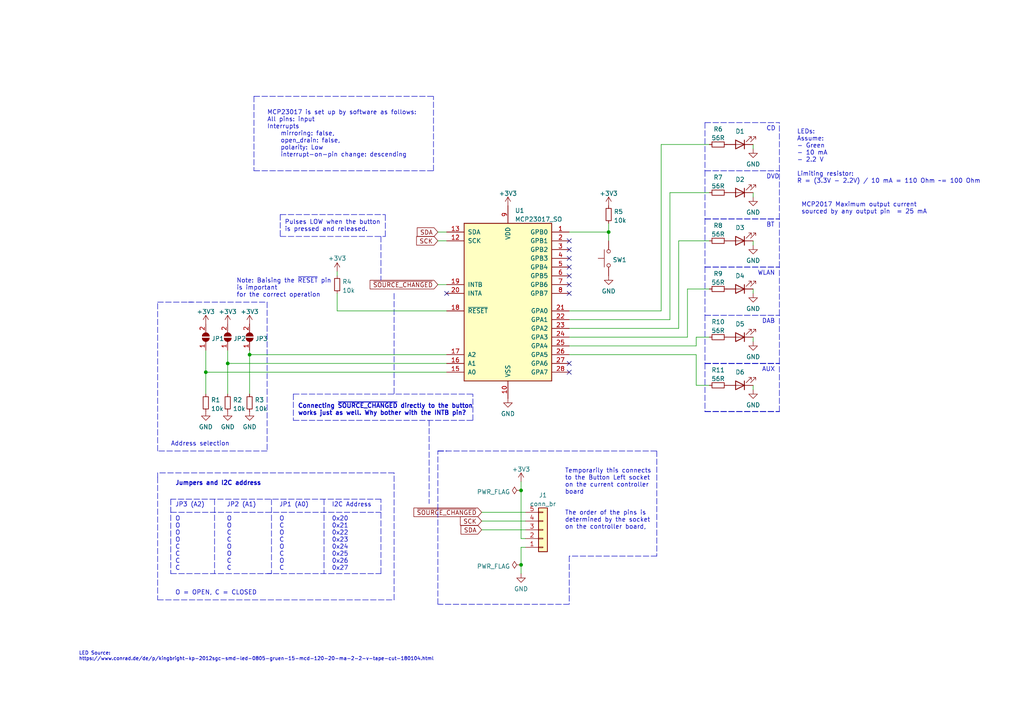
<source format=kicad_sch>
(kicad_sch (version 20211123) (generator eeschema)
  (paper "A4")
  (lib_symbols
    (symbol "Connector_Generic:Conn_01x05" (pin_names (offset 1.016) hide)
      (property "Reference" "J" (at 0 7.62 0))
      (property "Value" "Conn_01x05" (at 0 -7.62 0))
      (symbol "Conn_01x05_1_1"
        (rectangle (start -1.27 -4.953) (end 0 -5.207) (stroke (width 0.1524)))
        (rectangle (start -1.27 -2.413) (end 0 -2.667) (stroke (width 0.1524)))
        (rectangle (start -1.27 0.127) (end 0 -0.127) (stroke (width 0.1524)))
        (rectangle (start -1.27 2.667) (end 0 2.413) (stroke (width 0.1524)))
        (rectangle (start -1.27 5.207) (end 0 4.953) (stroke (width 0.1524)))
        (rectangle (start -1.27 6.35) (end 1.27 -6.35) (stroke (width 0.254)) (fill (type background)))
        (pin passive line (at -5.08 5.08 0) (length 3.81) (name "Pin_1") (number "1"))
        (pin passive line (at -5.08 2.54 0) (length 3.81) (name "Pin_2") (number "2"))
        (pin passive line (at -5.08 0 0) (length 3.81) (name "Pin_3") (number "3"))
        (pin passive line (at -5.08 -2.54 0) (length 3.81) (name "Pin_4") (number "4"))
        (pin passive line (at -5.08 -5.08 0) (length 3.81) (name "Pin_5") (number "5"))
      )
    )
    (symbol "Device:LED" (pin_numbers hide) (pin_names (offset 1.016) hide)
      (property "Reference" "D" (at 0 2.54 0))
      (property "Value" "LED" (at 0 -2.54 0))
      (symbol "LED_0_1"
        (polyline (pts (xy -1.27 -1.27) (xy -1.27 1.27)) (stroke (width 0.254)))
        (polyline (pts (xy -1.27 0) (xy 1.27 0)))
        (polyline (pts (xy 1.27 -1.27) (xy 1.27 1.27) (xy -1.27 0) (xy 1.27 -1.27)) (stroke (width 0.254)))
        (polyline (pts (xy -3.048 -0.762) (xy -4.572 -2.286) (xy -3.81 -2.286) (xy -4.572 -2.286) (xy -4.572 -1.524)))
        (polyline (pts (xy -1.778 -0.762) (xy -3.302 -2.286) (xy -2.54 -2.286) (xy -3.302 -2.286) (xy -3.302 -1.524)))
      )
      (symbol "LED_1_1"
        (pin passive line (at -3.81 0 0) (length 2.54) (name "K") (number "1"))
        (pin passive line (at 3.81 0 180) (length 2.54) (name "A") (number "2"))
      )
    )
    (symbol "Device:R_Small" (pin_numbers hide) (pin_names (offset 0.254) hide)
      (property "Reference" "R" (at 0.762 0.508 0))
      (property "Value" "R_Small" (at 0.762 -1.016 0))
      (symbol "R_Small_0_1"
        (rectangle (start -0.762 1.778) (end 0.762 -1.778) (stroke (width 0.2032)))
      )
      (symbol "R_Small_1_1"
        (pin passive line (at 0 2.54 270) (length 0.762) (name "~") (number "1"))
        (pin passive line (at 0 -2.54 90) (length 0.762) (name "~") (number "2"))
      )
    )
    (symbol "Interface_Expansion:MCP23017_SO" (pin_names (offset 1.016))
      (property "Reference" "U" (at -11.43 24.13 0))
      (property "Value" "MCP23017_SO" (at 0 0 0))
      (symbol "MCP23017_SO_0_1"
        (rectangle (start -12.7 22.86) (end 12.7 -22.86) (stroke (width 0.254)) (fill (type background)))
      )
      (symbol "MCP23017_SO_1_1"
        (pin bidirectional line (at 17.78 20.32 180) (length 5.08) (name "GPB0") (number "1"))
        (pin power_in line (at 0 -27.94 90) (length 5.08) (name "VSS") (number "10"))
        (pin no_connect line (at -12.7 15.24 0) (length 5.08) hide (name "NC") (number "11"))
        (pin input line (at -17.78 17.78 0) (length 5.08) (name "SCK") (number "12"))
        (pin bidirectional line (at -17.78 20.32 0) (length 5.08) (name "SDA") (number "13"))
        (pin no_connect line (at -12.7 12.7 0) (length 5.08) hide (name "NC") (number "14"))
        (pin input line (at -17.78 -20.32 0) (length 5.08) (name "A0") (number "15"))
        (pin input line (at -17.78 -17.78 0) (length 5.08) (name "A1") (number "16"))
        (pin input line (at -17.78 -15.24 0) (length 5.08) (name "A2") (number "17"))
        (pin input line (at -17.78 -2.54 0) (length 5.08) (name "~{RESET}") (number "18"))
        (pin tri_state line (at -17.78 5.08 0) (length 5.08) (name "INTB") (number "19"))
        (pin bidirectional line (at 17.78 17.78 180) (length 5.08) (name "GPB1") (number "2"))
        (pin tri_state line (at -17.78 2.54 0) (length 5.08) (name "INTA") (number "20"))
        (pin bidirectional line (at 17.78 -2.54 180) (length 5.08) (name "GPA0") (number "21"))
        (pin bidirectional line (at 17.78 -5.08 180) (length 5.08) (name "GPA1") (number "22"))
        (pin bidirectional line (at 17.78 -7.62 180) (length 5.08) (name "GPA2") (number "23"))
        (pin bidirectional line (at 17.78 -10.16 180) (length 5.08) (name "GPA3") (number "24"))
        (pin bidirectional line (at 17.78 -12.7 180) (length 5.08) (name "GPA4") (number "25"))
        (pin bidirectional line (at 17.78 -15.24 180) (length 5.08) (name "GPA5") (number "26"))
        (pin bidirectional line (at 17.78 -17.78 180) (length 5.08) (name "GPA6") (number "27"))
        (pin bidirectional line (at 17.78 -20.32 180) (length 5.08) (name "GPA7") (number "28"))
        (pin bidirectional line (at 17.78 15.24 180) (length 5.08) (name "GPB2") (number "3"))
        (pin bidirectional line (at 17.78 12.7 180) (length 5.08) (name "GPB3") (number "4"))
        (pin bidirectional line (at 17.78 10.16 180) (length 5.08) (name "GPB4") (number "5"))
        (pin bidirectional line (at 17.78 7.62 180) (length 5.08) (name "GPB5") (number "6"))
        (pin bidirectional line (at 17.78 5.08 180) (length 5.08) (name "GPB6") (number "7"))
        (pin bidirectional line (at 17.78 2.54 180) (length 5.08) (name "GPB7") (number "8"))
        (pin power_in line (at 0 27.94 270) (length 5.08) (name "VDD") (number "9"))
      )
    )
    (symbol "Jumper:SolderJumper_2_Open" (pin_names (offset 0) hide)
      (property "Reference" "JP" (at 0 2.032 0))
      (property "Value" "SolderJumper_2_Open" (at 0 -2.54 0))
      (symbol "SolderJumper_2_Open_0_1"
        (arc (start -0.254 1.016) (mid -1.27 0) (end -0.254 -1.016))
        (arc (start -0.254 1.016) (mid -1.27 0) (end -0.254 -1.016) (fill (type outline)))
        (polyline (pts (xy -0.254 1.016) (xy -0.254 -1.016)))
        (polyline (pts (xy 0.254 1.016) (xy 0.254 -1.016)))
        (arc (start 0.254 -1.016) (mid 1.27 0) (end 0.254 1.016))
        (arc (start 0.254 -1.016) (mid 1.27 0) (end 0.254 1.016) (fill (type outline)))
      )
      (symbol "SolderJumper_2_Open_1_1"
        (pin passive line (at -3.81 0 0) (length 2.54) (name "A") (number "1"))
        (pin passive line (at 3.81 0 180) (length 2.54) (name "B") (number "2"))
      )
    )
    (symbol "Switch:SW_Push" (pin_numbers hide) (pin_names (offset 1.016) hide)
      (property "Reference" "SW" (at 1.27 2.54 0))
      (property "Value" "SW_Push" (at 0 -1.524 0))
      (symbol "SW_Push_0_1"
        (circle (center -2.032 0) (radius 0.508))
        (polyline (pts (xy 0 1.27) (xy 0 3.048)))
        (polyline (pts (xy 2.54 1.27) (xy -2.54 1.27)))
        (circle (center 2.032 0) (radius 0.508))
        (pin passive line (at -5.08 0 0) (length 2.54) (name "1") (number "1"))
        (pin passive line (at 5.08 0 180) (length 2.54) (name "2") (number "2"))
      )
    )
    (symbol "power:+3.3V" (power) (pin_names (offset 0))
      (property "Value" "+3.3V" (at 0 3.556 0))
      (symbol "+3.3V_0_1"
        (polyline (pts (xy -0.762 1.27) (xy 0 2.54)))
        (polyline (pts (xy 0 0) (xy 0 2.54)))
        (polyline (pts (xy 0 2.54) (xy 0.762 1.27)))
      )
      (symbol "+3.3V_1_1"
        (pin power_in line (at 0 0 90) (length 0) hide (name "+3V3") (number "1"))
      )
    )
    (symbol "power:+3V3" (power) (pin_names (offset 0))
      (property "Value" "+3V3" (at 0 3.556 0))
      (symbol "+3V3_0_1"
        (polyline (pts (xy -0.762 1.27) (xy 0 2.54)))
        (polyline (pts (xy 0 0) (xy 0 2.54)))
        (polyline (pts (xy 0 2.54) (xy 0.762 1.27)))
      )
      (symbol "+3V3_1_1"
        (pin power_in line (at 0 0 90) (length 0) hide (name "+3V3") (number "1"))
      )
    )
    (symbol "power:GND" (power) (pin_names (offset 0))
      (property "Value" "GND" (at 0 -3.81 0))
      (symbol "GND_0_1"
        (polyline (pts (xy 0 0) (xy 0 -1.27) (xy 1.27 -1.27) (xy 0 -2.54) (xy -1.27 -1.27) (xy 0 -1.27)))
      )
      (symbol "GND_1_1"
        (pin power_in line (at 0 0 270) (length 0) hide (name "GND") (number "1"))
      )
    )
    (symbol "power:PWR_FLAG" (power) (pin_numbers hide) (pin_names (offset 0) hide)
      (property "Value" "PWR_FLAG" (at 0 3.81 0))
      (symbol "PWR_FLAG_0_0"
        (pin power_out line (at 0 0 90) (length 0) (name "pwr") (number "1"))
      )
      (symbol "PWR_FLAG_0_1"
        (polyline (pts (xy 0 0) (xy 0 1.27) (xy -1.016 1.905) (xy 0 2.54) (xy 1.016 1.905) (xy 0 1.27)))
      )
    )
  )
  (junction (at 151.13 142.24))
  (junction (at 151.13 163.83))
  (junction (at 176.53 67.31))
  (junction (at 66.04 105.41))
  (junction (at 72.39 102.87))
  (junction (at 59.69 107.95))
  (no_connect (at 165.1 85.09))
  (no_connect (at 129.54 85.09))
  (no_connect (at 165.1 82.55))
  (no_connect (at 165.1 77.47))
  (no_connect (at 165.1 69.85))
  (no_connect (at 165.1 72.39))
  (no_connect (at 165.1 74.93))
  (no_connect (at 165.1 107.95))
  (no_connect (at 165.1 80.01))
  (no_connect (at 165.1 105.41))
  (polyline (pts (xy 49.53 144.78) (xy 49.53 148.59)))
  (wire (pts (xy 165.1 95.25) (xy 196.85 95.25)))
  (polyline (pts (xy 49.53 166.37) (xy 110.49 166.37)))
  (wire (pts (xy 127 67.31) (xy 129.54 67.31)))
  (wire (pts (xy 218.44 55.88) (xy 218.44 57.15)))
  (wire (pts (xy 218.44 111.76) (xy 218.44 113.03)))
  (polyline (pts (xy 204.47 63.5) (xy 226.06 63.5)))
  (polyline (pts (xy 204.47 105.41) (xy 226.06 105.41)))
  (wire (pts (xy 165.1 90.17) (xy 191.77 90.17)))
  (polyline (pts (xy 204.47 105.41) (xy 204.47 119.38)))
  (wire (pts (xy 97.79 90.17) (xy 97.79 85.09)))
  (wire (pts (xy 191.77 41.91) (xy 205.74 41.91)))
  (polyline (pts (xy 85.09 121.92) (xy 137.16 121.92)))
  (wire (pts (xy 199.39 97.79) (xy 199.39 83.82)))
  (polyline (pts (xy 204.47 77.47) (xy 204.47 91.44)))
  (wire (pts (xy 201.93 102.87) (xy 201.93 111.76)))
  (polyline (pts (xy 110.49 166.37) (xy 110.49 144.78)))
  (wire (pts (xy 97.79 90.17) (xy 129.54 90.17)))
  (wire (pts (xy 152.4 158.75) (xy 151.13 158.75)))
  (wire (pts (xy 72.39 102.87) (xy 72.39 114.3)))
  (polyline (pts (xy 204.47 105.41) (xy 226.06 105.41)))
  (wire (pts (xy 59.69 101.6) (xy 59.69 107.95)))
  (wire (pts (xy 218.44 83.82) (xy 218.44 85.09)))
  (polyline (pts (xy 165.1 161.29) (xy 165.1 175.26)))
  (polyline (pts (xy 85.09 114.3) (xy 85.09 121.92)))
  (polyline (pts (xy 110.49 144.78) (xy 49.53 144.78)))
  (polyline (pts (xy 204.47 49.53) (xy 226.06 49.53)))
  (polyline (pts (xy 190.5 161.29) (xy 165.1 161.29)))
  (wire (pts (xy 176.53 64.77) (xy 176.53 67.31)))
  (polyline (pts (xy 54.61 87.63) (xy 77.47 87.63)))
  (wire (pts (xy 151.13 156.21) (xy 151.13 142.24)))
  (wire (pts (xy 194.31 92.71) (xy 194.31 55.88)))
  (polyline (pts (xy 204.47 49.53) (xy 204.47 63.5)))
  (polyline (pts (xy 190.5 130.81) (xy 190.5 161.29)))
  (polyline (pts (xy 226.06 49.53) (xy 226.06 35.56)))
  (wire (pts (xy 72.39 102.87) (xy 129.54 102.87)))
  (polyline (pts (xy 204.47 77.47) (xy 226.06 77.47)))
  (polyline (pts (xy 204.47 63.5) (xy 204.47 77.47)))
  (polyline (pts (xy 204.47 91.44) (xy 204.47 105.41)))
  (wire (pts (xy 165.1 92.71) (xy 194.31 92.71)))
  (polyline (pts (xy 45.72 87.63) (xy 55.88 87.63)))
  (wire (pts (xy 218.44 97.79) (xy 218.44 99.06)))
  (polyline (pts (xy 204.47 35.56) (xy 204.47 49.53)))
  (wire (pts (xy 151.13 163.83) (xy 151.13 166.37)))
  (polyline (pts (xy 111.76 68.58) (xy 111.76 62.23)))
  (wire (pts (xy 127 69.85) (xy 129.54 69.85)))
  (wire (pts (xy 139.7 148.59) (xy 152.4 148.59)))
  (wire (pts (xy 97.79 78.74) (xy 97.79 80.01)))
  (polyline (pts (xy 204.47 49.53) (xy 226.06 49.53)))
  (polyline (pts (xy 114.3 85.09) (xy 114.3 114.3)))
  (polyline (pts (xy 45.72 173.99) (xy 114.3 173.99)))
  (polyline (pts (xy 226.06 77.47) (xy 226.06 63.5)))
  (wire (pts (xy 165.1 67.31) (xy 176.53 67.31)))
  (polyline (pts (xy 62.23 144.78) (xy 62.23 166.37)))
  (wire (pts (xy 72.39 101.6) (xy 72.39 102.87)))
  (polyline (pts (xy 137.16 121.92) (xy 137.16 114.3)))
  (wire (pts (xy 152.4 156.21) (xy 151.13 156.21)))
  (wire (pts (xy 165.1 102.87) (xy 201.93 102.87)))
  (wire (pts (xy 194.31 55.88) (xy 205.74 55.88)))
  (polyline (pts (xy 81.28 62.23) (xy 111.76 62.23)))
  (wire (pts (xy 66.04 105.41) (xy 129.54 105.41)))
  (wire (pts (xy 196.85 69.85) (xy 205.74 69.85)))
  (polyline (pts (xy 81.28 68.58) (xy 111.76 68.58)))
  (polyline (pts (xy 114.3 137.16) (xy 45.72 137.16)))
  (polyline (pts (xy 127 130.81) (xy 190.5 130.81)))
  (wire (pts (xy 59.69 107.95) (xy 59.69 114.3)))
  (polyline (pts (xy 127 130.81) (xy 129.54 130.81)))
  (polyline (pts (xy 81.28 62.23) (xy 81.28 68.58)))
  (polyline (pts (xy 125.73 49.53) (xy 125.73 27.94)))
  (polyline (pts (xy 85.09 114.3) (xy 137.16 114.3)))
  (polyline (pts (xy 73.66 27.94) (xy 125.73 27.94)))
  (polyline (pts (xy 204.47 91.44) (xy 226.06 91.44)))
  (wire (pts (xy 66.04 101.6) (xy 66.04 105.41)))
  (polyline (pts (xy 204.47 77.47) (xy 226.06 77.47)))
  (polyline (pts (xy 124.46 121.92) (xy 124.46 146.05)))
  (wire (pts (xy 191.77 90.17) (xy 191.77 41.91)))
  (polyline (pts (xy 204.47 119.38) (xy 226.06 119.38)))
  (polyline (pts (xy 77.47 87.63) (xy 77.47 130.81)))
  (wire (pts (xy 196.85 95.25) (xy 196.85 69.85)))
  (polyline (pts (xy 127 175.26) (xy 127 130.81)))
  (wire (pts (xy 139.7 153.67) (xy 152.4 153.67)))
  (polyline (pts (xy 49.53 148.59) (xy 110.49 148.59)))
  (polyline (pts (xy 226.06 119.38) (xy 226.06 105.41)))
  (wire (pts (xy 201.93 111.76) (xy 205.74 111.76)))
  (polyline (pts (xy 49.53 144.78) (xy 49.53 166.37)))
  (wire (pts (xy 127 82.55) (xy 129.54 82.55)))
  (polyline (pts (xy 45.72 138.43) (xy 45.72 173.99)))
  (wire (pts (xy 165.1 97.79) (xy 199.39 97.79)))
  (wire (pts (xy 151.13 142.24) (xy 151.13 139.7)))
  (polyline (pts (xy 204.47 119.38) (xy 226.06 119.38)))
  (wire (pts (xy 165.1 100.33) (xy 201.93 100.33)))
  (polyline (pts (xy 73.66 49.53) (xy 125.73 49.53)))
  (polyline (pts (xy 45.72 130.81) (xy 45.72 87.63)))
  (wire (pts (xy 66.04 105.41) (xy 66.04 114.3)))
  (wire (pts (xy 151.13 158.75) (xy 151.13 163.83)))
  (wire (pts (xy 139.7 151.13) (xy 152.4 151.13)))
  (polyline (pts (xy 114.3 173.99) (xy 114.3 137.16)))
  (wire (pts (xy 218.44 41.91) (xy 218.44 43.18)))
  (polyline (pts (xy 93.98 144.78) (xy 93.98 166.37)))
  (polyline (pts (xy 226.06 91.44) (xy 226.06 77.47)))
  (polyline (pts (xy 204.47 119.38) (xy 226.06 119.38)))
  (polyline (pts (xy 204.47 35.56) (xy 226.06 35.56)))
  (polyline (pts (xy 204.47 63.5) (xy 226.06 63.5)))
  (polyline (pts (xy 204.47 105.41) (xy 226.06 105.41)))
  (polyline (pts (xy 73.66 27.94) (xy 73.66 49.53)))
  (polyline (pts (xy 78.74 166.37) (xy 77.47 166.37)))
  (wire (pts (xy 199.39 83.82) (xy 205.74 83.82)))
  (polyline (pts (xy 77.47 130.81) (xy 45.72 130.81)))
  (polyline (pts (xy 226.06 63.5) (xy 226.06 49.53)))
  (polyline (pts (xy 78.74 144.78) (xy 78.74 166.37)))
  (polyline (pts (xy 204.47 91.44) (xy 226.06 91.44)))
  (polyline (pts (xy 226.06 105.41) (xy 226.06 91.44)))
  (wire (pts (xy 201.93 97.79) (xy 205.74 97.79)))
  (wire (pts (xy 59.69 107.95) (xy 129.54 107.95)))
  (polyline (pts (xy 165.1 175.26) (xy 127 175.26)))
  (polyline (pts (xy 45.72 137.16) (xy 45.72 138.43)))
  (polyline (pts (xy 110.49 68.58) (xy 110.49 81.28)))
  (wire (pts (xy 176.53 67.31) (xy 176.53 69.85)))
  (wire (pts (xy 218.44 69.85) (xy 218.44 71.12)))
  (wire (pts (xy 201.93 100.33) (xy 201.93 97.79)))
  (text "WLAN" (at 219.71 80.01 0) (effects (font (size 1.27 1.27)) (justify left bottom)))
  (text "AUX" (at 220.98 107.95 0) (effects (font (size 1.27 1.27)) (justify left bottom)))
  (text "MCP2017 Maximum output current \nsourced by any output pin  = 25 mA" (at 232.41 62.23 0) (effects (font (size 1.27 1.27)) (justify left bottom)))
  (text "Note: Baising the ~{RESET} pin \nis important\nfor the correct operation" (at 68.58 86.36 0) (effects (font (size 1.27 1.27)) (justify left bottom)))
  (text "DAB" (at 220.98 93.98 0) (effects (font (size 1.27 1.27)) (justify left bottom)))
  (text "Pulses LOW when the button \nis pressed and released.  " (at 82.55 67.31 0) (effects (font (size 1.27 1.27)) (justify left bottom)))
  (text "The order of the pins is \ndetermined by the socket\non the controller board," (at 163.83 153.67 0) (effects (font (size 1.27 1.27)) (justify left bottom)))
  (text "BT\n" (at 222.25 66.04 0) (effects (font (size 1.27 1.27)) (justify left bottom)))
  (text "LEDs:\nAssume:\n- Green\n- 10 mA\n- 2.2 V\n\nLimiting resistor:\nR = (3.3V - 2.2V) / 10 mA = 110 Ohm ~= 100 Ohm\n" (at 231.14 53.34 0) (effects (font (size 1.27 1.27)) (justify left bottom)))
  (text "Jumpers and I2C address" (at 50.8 140.97 0) (effects (font (size 1.27 1.27) (thickness 0.254) bold) (justify left bottom)))
  (text "JP3 (A2)	JP2 (A1)	JP1 (A0)	I2C Address\n\nO			O			O			0x20\nO			O			C			0x21\nO			C			O			0x22\nO			C			C			0x23\nC			O			O			0x24\nC			O			C			0x25\nC			C			O			0x26\nC			C			C			0x27\n\n" (at 50.8 167.64 0) (effects (font (size 1.27 1.27)) (justify left bottom)))
  (text "DVD" (at 222.25 52.07 0) (effects (font (size 1.27 1.27)) (justify left bottom)))
  (text "Address selection\n" (at 49.53 129.54 0) (effects (font (size 1.27 1.27)) (justify left bottom)))
  (text "LED Source: \nhttps://www.conrad.de/de/p/kingbright-kp-2012sgc-smd-led-0805-gruen-15-mcd-120-20-ma-2-2-v-tape-cut-180104.html" (at 22.86 191.77 0) (effects (font (size 1 1)) (justify left bottom)))
  (text "O = OPEN, C = CLOSED" (at 50.8 172.72 0) (effects (font (size 1.27 1.27)) (justify left bottom)))
  (text "Connecting ~{SOURCE_CHANGED} directly to the button\nworks just as well. Why bother with the INTB pin?" (at 86.36 120.65 0) (effects (font (size 1.27 1.27) (thickness 0.254) bold) (justify left bottom)))
  (text "MCP23017 is set up by software as follows:\nAll pins: input\nInterrupts\n    mirroring: false,\n    open_drain: false,\n    polarity: Low\n    interrupt-on-pin change: descending" (at 77.47 45.72 0) (effects (font (size 1.27 1.27)) (justify left bottom)))
  (text "Temporarily this connects\nto the Button Left socket \non the current controller \nboard" (at 163.83 143.51 0) (effects (font (size 1.27 1.27)) (justify left bottom)))
  (text "CD" (at 222.25 38.1 0) (effects (font (size 1.27 1.27)) (justify left bottom)))
  (global_label "SCK" (shape input) (at 139.7 151.13 180) (property "Intersheet References" "${INTERSHEET_REFS}" (effects hide)))
  (global_label "~{SOURCE_CHANGED}" (shape input) (at 127 82.55 180) (property "Intersheet References" "${INTERSHEET_REFS}" (effects hide)))
  (global_label "~{SOURCE_CHANGED}" (shape input) (at 139.7 148.59 180) (property "Intersheet References" "${INTERSHEET_REFS}" (effects hide)))
  (global_label "SCK" (shape input) (at 127 69.85 180) (property "Intersheet References" "${INTERSHEET_REFS}" (effects hide)))
  (global_label "SDA" (shape input) (at 127 67.31 180) (property "Intersheet References" "${INTERSHEET_REFS}" (effects hide)))
  (global_label "SDA" (shape input) (at 139.7 153.67 180) (property "Intersheet References" "${INTERSHEET_REFS}" (effects hide)))
  (symbol (lib_id "power:GND") (at 176.53 80.01 0) (unit 1)
    (property "Reference" "#PWR013" (effects hide))
    (property "Value" "GND" (at 176.53 84.4534 0))
  )
  (symbol (lib_id "power:GND") (at 147.32 115.57 0) (unit 1)
    (property "Reference" "#PWR09" (effects hide))
    (property "Value" "GND" (at 147.32 120.0134 0))
  )
  (symbol (lib_id "power:+3.3V") (at 176.53 59.69 0) (unit 1)
    (property "Reference" "#PWR012" (effects hide))
    (property "Value" "+3.3V" (at 176.53 56.1142 0))
  )
  (symbol (lib_id "power:PWR_FLAG") (at 151.13 142.24 90) (unit 1)
    (property "Reference" "#FLG01" (effects hide))
    (property "Value" "PWR_FLAG" (at 147.9551 142.6738 90) (effects (justify left)))
  )
  (symbol (lib_id "power:GND") (at 218.44 85.09 0) (unit 1)
    (property "Reference" "#PWR017" (effects hide))
    (property "Value" "GND" (at 218.44 89.5334 0))
  )
  (symbol (lib_id "Device:R_Small") (at 59.69 116.84 0) (unit 1)
    (property "Reference" "R1" (at 61.1886 116.0053 0) (effects (justify left)))
    (property "Value" "10k" (at 61.1886 118.5422 0) (effects (justify left)))
  )
  (symbol (lib_id "Device:LED") (at 214.63 55.88 180) (unit 1)
    (property "Reference" "D2" (at 214.63 52.07 0))
    (property "Value" "LED" (effects hide))
  )
  (symbol (lib_id "power:+3V3") (at 66.04 93.98 0) (unit 1)
    (property "Reference" "#PWR03" (effects hide))
    (property "Value" "+3V3" (at 66.04 90.4042 0))
  )
  (symbol (lib_id "Device:LED") (at 214.63 111.76 180) (unit 1)
    (property "Reference" "D6" (at 214.63 107.95 0))
    (property "Value" "LED" (effects hide))
  )
  (symbol (lib_id "Device:LED") (at 214.63 69.85 180) (unit 1)
    (property "Reference" "D3" (at 214.63 66.04 0))
    (property "Value" "LED" (effects hide))
  )
  (symbol (lib_id "power:GND") (at 218.44 57.15 0) (unit 1)
    (property "Reference" "#PWR015" (effects hide))
    (property "Value" "GND" (at 218.44 61.5934 0))
  )
  (symbol (lib_id "Jumper:SolderJumper_2_Open") (at 72.39 97.79 90) (unit 1)
    (property "Reference" "JP3" (at 74.041 98.2238 90) (effects (justify right)))
    (property "Value" "SolderJumper_2_Open" (effects hide))
  )
  (symbol (lib_id "Device:LED") (at 214.63 83.82 180) (unit 1)
    (property "Reference" "D4" (at 214.63 80.01 0))
    (property "Value" "LED" (effects hide))
  )
  (symbol (lib_id "power:+3V3") (at 72.39 93.98 0) (unit 1)
    (property "Reference" "#PWR05" (effects hide))
    (property "Value" "+3V3" (at 72.39 90.4042 0))
  )
  (symbol (lib_id "Device:LED") (at 214.63 41.91 180) (unit 1)
    (property "Reference" "D1" (at 214.63 38.1 0))
    (property "Value" "LED" (effects hide))
  )
  (symbol (lib_id "Device:R_Small") (at 97.79 82.55 0) (unit 1)
    (property "Reference" "R4" (at 99.2886 81.7153 0) (effects (justify left)))
    (property "Value" "10k" (at 99.2886 84.2522 0) (effects (justify left)))
  )
  (symbol (lib_id "power:GND") (at 59.69 119.38 0) (unit 1)
    (property "Reference" "#PWR02" (effects hide))
    (property "Value" "GND" (at 59.69 123.8234 0))
  )
  (symbol (lib_id "Switch:SW_Push") (at 176.53 74.93 90) (unit 1)
    (property "Reference" "SW1" (at 177.673 75.3638 90) (effects (justify right)))
    (property "Value" "SW_Push" (effects hide))
  )
  (symbol (lib_id "power:GND") (at 218.44 99.06 0) (unit 1)
    (property "Reference" "#PWR018" (effects hide))
    (property "Value" "GND" (at 218.44 103.5034 0))
  )
  (symbol (lib_id "Device:R_Small") (at 66.04 116.84 0) (unit 1)
    (property "Reference" "R2" (at 67.5386 116.0053 0) (effects (justify left)))
    (property "Value" "10k" (at 67.5386 118.5422 0) (effects (justify left)))
  )
  (symbol (lib_id "Device:R_Small") (at 208.28 97.79 90) (unit 1)
    (property "Reference" "R10" (at 208.28 93.3536 90))
    (property "Value" "56R" (at 208.28 95.8905 90))
  )
  (symbol (lib_id "power:GND") (at 66.04 119.38 0) (unit 1)
    (property "Reference" "#PWR04" (effects hide))
    (property "Value" "GND" (at 66.04 123.8234 0))
  )
  (symbol (lib_id "Jumper:SolderJumper_2_Open") (at 66.04 97.79 90) (unit 1)
    (property "Reference" "JP2" (at 67.691 98.2238 90) (effects (justify right)))
    (property "Value" "SolderJumper_2_Open" (effects hide))
  )
  (symbol (lib_id "Device:R_Small") (at 208.28 83.82 90) (unit 1)
    (property "Reference" "R9" (at 208.28 79.3836 90))
    (property "Value" "56R" (at 208.28 81.9205 90))
  )
  (symbol (lib_id "Device:R_Small") (at 208.28 41.91 90) (unit 1)
    (property "Reference" "R6" (at 208.28 37.4736 90))
    (property "Value" "56R" (at 208.28 40.0105 90))
  )
  (symbol (lib_id "Connector_Generic:Conn_01x05") (at 157.48 153.67 0) (mirror x) (unit 1)
    (property "Reference" "J1" (at 157.48 143.6202 0))
    (property "Value" "conn_br" (at 157.48 146.1571 0))
    (property "Footprint" "Connector_JST:JST_PH_B5B-PH-K_1x05_P2.00mm_Vertical" (effects hide))
  )
  (symbol (lib_id "Device:LED") (at 214.63 97.79 180) (unit 1)
    (property "Reference" "D5" (at 214.63 93.98 0))
    (property "Value" "LED" (effects hide))
  )
  (symbol (lib_id "power:+3V3") (at 59.69 93.98 0) (unit 1)
    (property "Reference" "#PWR01" (effects hide))
    (property "Value" "+3V3" (at 59.69 90.4042 0))
  )
  (symbol (lib_id "power:GND") (at 218.44 43.18 0) (unit 1)
    (property "Reference" "#PWR014" (effects hide))
    (property "Value" "GND" (at 218.44 47.6234 0))
  )
  (symbol (lib_id "Jumper:SolderJumper_2_Open") (at 59.69 97.79 90) (unit 1)
    (property "Reference" "JP1" (at 61.341 98.2238 90) (effects (justify right)))
    (property "Value" "SolderJumper_2_Open" (effects hide))
  )
  (symbol (lib_id "Device:R_Small") (at 208.28 69.85 90) (unit 1)
    (property "Reference" "R8" (at 208.28 65.4136 90))
    (property "Value" "56R" (at 208.28 67.9505 90))
  )
  (symbol (lib_id "power:GND") (at 218.44 71.12 0) (unit 1)
    (property "Reference" "#PWR016" (effects hide))
    (property "Value" "GND" (at 218.44 75.5634 0))
  )
  (symbol (lib_id "power:GND") (at 218.44 113.03 0) (unit 1)
    (property "Reference" "#PWR019" (effects hide))
    (property "Value" "GND" (at 218.44 117.4734 0))
  )
  (symbol (lib_id "Interface_Expansion:MCP23017_SO") (at 147.32 87.63 0) (unit 1)
    (property "Reference" "U1" (at 149.3394 61.0702 0) (effects (justify left)))
    (property "Value" "MCP23017_SO" (at 149.3394 63.6071 0) (effects (justify left)))
    (property "Footprint" "Package_SO:SOIC-28W_7.5x17.9mm_P1.27mm" (effects hide))
    (property "Datasheet" "http://ww1.microchip.com/downloads/en/DeviceDoc/20001952C.pdf" (effects hide))
  )
  (symbol (lib_id "power:PWR_FLAG") (at 151.13 163.83 90) (unit 1)
    (property "Reference" "#FLG02" (effects hide))
    (property "Value" "PWR_FLAG" (at 147.9551 164.2638 90) (effects (justify left)))
  )
  (symbol (lib_id "Device:R_Small") (at 208.28 55.88 90) (unit 1)
    (property "Reference" "R7" (at 208.28 51.4436 90))
    (property "Value" "56R" (at 208.28 53.9805 90))
  )
  (symbol (lib_id "power:+3.3V") (at 97.79 78.74 0) (unit 1)
    (property "Reference" "#PWR07" (effects hide))
    (property "Value" "+3.3V" (at 97.79 74.93 0))
  )
  (symbol (lib_id "power:+3.3V") (at 147.32 59.69 0) (unit 1)
    (property "Reference" "#PWR08" (effects hide))
    (property "Value" "+3.3V" (at 147.32 56.1142 0))
  )
  (symbol (lib_id "Device:R_Small") (at 208.28 111.76 90) (unit 1)
    (property "Reference" "R11" (at 208.28 107.3236 90))
    (property "Value" "56R" (at 208.28 109.8605 90))
  )
  (symbol (lib_id "power:GND") (at 151.13 166.37 0) (unit 1)
    (property "Reference" "#PWR011" (effects hide))
    (property "Value" "GND" (at 151.13 170.8134 0))
  )
  (symbol (lib_id "power:+3.3V") (at 151.13 139.7 0) (unit 1)
    (property "Reference" "#PWR010" (effects hide))
    (property "Value" "+3.3V" (at 151.13 136.1242 0))
  )
  (symbol (lib_id "Device:R_Small") (at 176.53 62.23 0) (unit 1)
    (property "Reference" "R5" (at 178.0286 61.3953 0) (effects (justify left)))
    (property "Value" "10k" (at 178.0286 63.9322 0) (effects (justify left)))
  )
  (symbol (lib_id "Device:R_Small") (at 72.39 116.84 0) (unit 1)
    (property "Reference" "R3" (at 73.8886 116.0053 0) (effects (justify left)))
    (property "Value" "10k" (at 73.8886 118.5422 0) (effects (justify left)))
  )
  (symbol (lib_id "power:GND") (at 72.39 119.38 0) (unit 1)
    (property "Reference" "#PWR06" (effects hide))
    (property "Value" "GND" (at 72.39 123.8234 0))
  )
)
</source>
